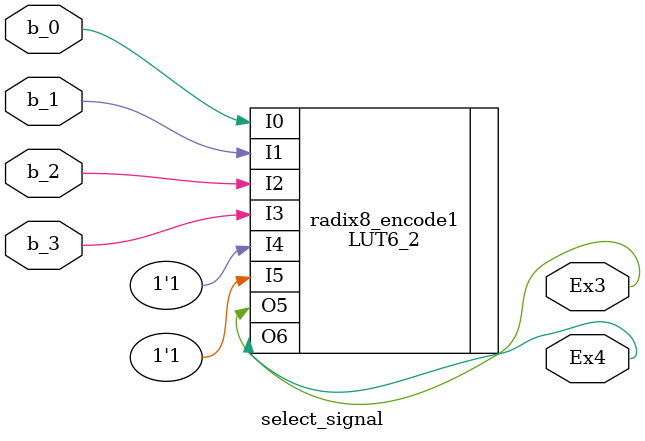
<source format=v>
module select_signal(
    input  b_3,     //encoding signal b_{3i+2}
    input  b_2,     //encoding signal b_{3i+1}
    input  b_1,     //encoding signal b_{3i}
    input  b_0,     //encoding signal b_{3i-1}    
   
    output wire Ex3,    //select signal 
    output wire Ex4     //select signal 
    );
LUT6_2 #(.INIT(64'h0180018006600660)) radix8_encode1 (
    .I0(b_0), .I1(b_1), .I2(b_2), .I3(b_3), .I4(1'b1), .I5(1'b1),
    .O6(Ex4),.O5(Ex3)
);
        
endmodule
</source>
